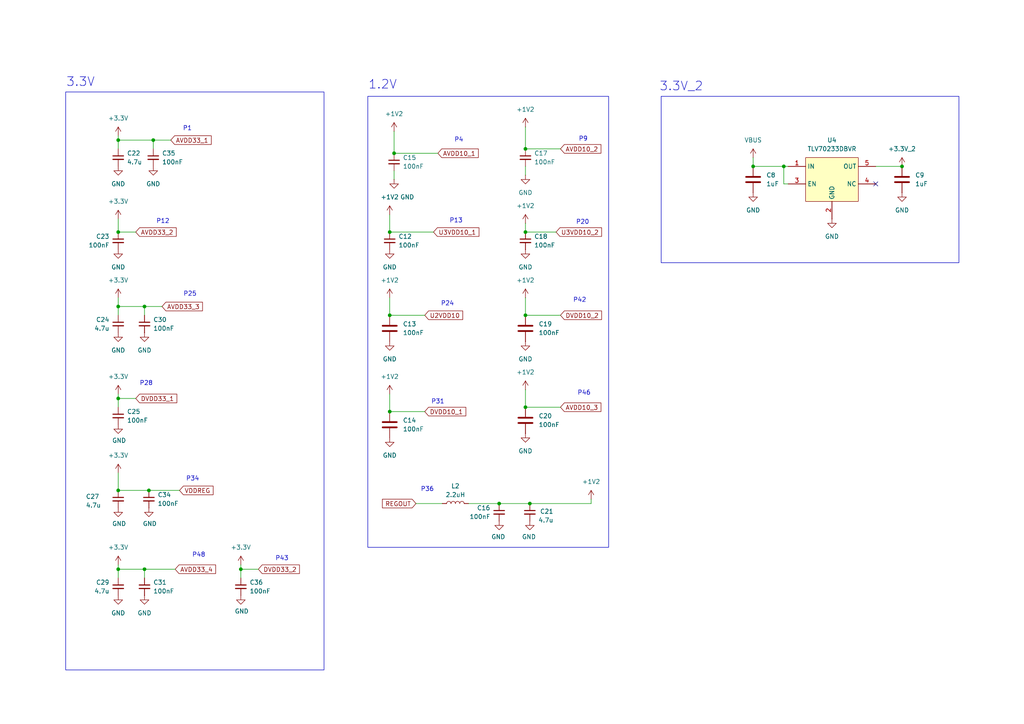
<source format=kicad_sch>
(kicad_sch (version 20250114) (generator "eeschema") (generator_version "9.0")
  (paper "A4")
  (lib_symbols
    (symbol "Device:C" (pin_numbers (hide yes)) (pin_names (offset 0.254))
      (property "Reference" "C" (at 0.635 2.54 0))
      (property "Value" "C" (at 0.635 -2.54 0))
      (symbol "C_0_1"
        (polyline (pts (xy -2.032 0.762) (xy 2.032 0.762)) (stroke (width 0.508)))
        (polyline (pts (xy -2.032 -0.762) (xy 2.032 -0.762)) (stroke (width 0.508)))
      )
      (symbol "C_1_1"
        (pin passive line (at 0 3.81 270) (length 2.794) (name "~") (number "1"))
        (pin passive line (at 0 -3.81 90) (length 2.794) (name "~") (number "2"))
      )
    )
    (symbol "Device:C_Small" (pin_numbers (hide yes)) (pin_names (offset 0.254) (hide yes))
      (property "Reference" "C" (at 0.254 1.778 0))
      (property "Value" "C_Small" (at 0.254 -2.032 0))
      (symbol "C_Small_0_1"
        (polyline (pts (xy -1.524 0.508) (xy 1.524 0.508)) (stroke (width 0.3048)))
        (polyline (pts (xy -1.524 -0.508) (xy 1.524 -0.508)) (stroke (width 0.3302)))
      )
      (symbol "C_Small_1_1"
        (pin passive line (at 0 2.54 270) (length 2.032) (name "~") (number "1"))
        (pin passive line (at 0 -2.54 90) (length 2.032) (name "~") (number "2"))
      )
    )
    (symbol "Device:L" (pin_numbers (hide yes)) (pin_names (offset 1.016) (hide yes))
      (property "Reference" "L" (at -1.27 0 90))
      (property "Value" "L" (at 1.905 0 90))
      (symbol "L_0_1"
        (arc (start 0 2.54) (mid 0.6323 1.905) (end 0 1.27))
        (arc (start 0 1.27) (mid 0.6323 0.635) (end 0 0))
        (arc (start 0 0) (mid 0.6323 -0.635) (end 0 -1.27))
        (arc (start 0 -1.27) (mid 0.6323 -1.905) (end 0 -2.54))
      )
      (symbol "L_1_1"
        (pin passive line (at 0 3.81 270) (length 1.27) (name "1") (number "1"))
        (pin passive line (at 0 -3.81 90) (length 1.27) (name "2") (number "2"))
      )
    )
    (symbol "da:TLV70233DBVR"
      (property "Reference" "U" (at 0 11.43 0))
      (property "Value" "TLV70233DBVR" (at 0 -13.97 0))
      (symbol "TLV70233DBVR_0_1"
        (rectangle (start -7.62 8.89) (end 7.62 -3.81) (fill (type background)))
        (pin power_in line (at -12.7 6.35 0) (length 5.08) (name "IN") (number "1"))
        (pin unspecified line (at -12.7 1.27 0) (length 5.08) (name "EN") (number "3"))
        (pin power_in line (at 0 -8.89 90) (length 5.08) (name "GND") (number "2"))
        (pin power_in line (at 12.7 6.35 180) (length 5.08) (name "OUT") (number "5"))
        (pin unspecified line (at 12.7 1.27 180) (length 5.08) (name "NC") (number "4"))
      )
    )
    (symbol "power:+1V2" (power) (pin_numbers (hide yes)) (pin_names (offset 0) (hide yes))
      (property "Value" "+1V2" (at 0 3.556 0))
      (symbol "+1V2_0_1"
        (polyline (pts (xy -0.762 1.27) (xy 0 2.54)))
        (polyline (pts (xy 0 2.54) (xy 0.762 1.27)))
        (polyline (pts (xy 0 0) (xy 0 2.54)))
      )
      (symbol "+1V2_1_1"
        (pin power_in line (at 0 0 90) (length 0) (name "~") (number "1"))
      )
    )
    (symbol "power:+3.3V" (power) (pin_numbers (hide yes)) (pin_names (offset 0) (hide yes))
      (property "Value" "+3.3V" (at 0 3.556 0))
      (symbol "+3.3V_0_1"
        (polyline (pts (xy -0.762 1.27) (xy 0 2.54)))
        (polyline (pts (xy 0 2.54) (xy 0.762 1.27)))
        (polyline (pts (xy 0 0) (xy 0 2.54)))
      )
      (symbol "+3.3V_1_1"
        (pin power_in line (at 0 0 90) (length 0) (name "~") (number "1"))
      )
    )
    (symbol "power:GND" (power) (pin_numbers (hide yes)) (pin_names (offset 0) (hide yes))
      (property "Value" "GND" (at 0 -3.81 0))
      (symbol "GND_0_1"
        (polyline (pts (xy 0 0) (xy 0 -1.27) (xy 1.27 -1.27) (xy 0 -2.54) (xy -1.27 -1.27) (xy 0 -1.27)))
      )
      (symbol "GND_1_1"
        (pin power_in line (at 0 0 270) (length 0) (name "~") (number "1"))
      )
    )
    (symbol "power:VBUS" (power) (pin_numbers (hide yes)) (pin_names (offset 0) (hide yes))
      (property "Value" "VBUS" (at 0 3.556 0))
      (symbol "VBUS_0_1"
        (polyline (pts (xy -0.762 1.27) (xy 0 2.54)))
        (polyline (pts (xy 0 2.54) (xy 0.762 1.27)))
        (polyline (pts (xy 0 0) (xy 0 2.54)))
      )
      (symbol "VBUS_1_1"
        (pin power_in line (at 0 0 90) (length 0) (name "~") (number "1"))
      )
    )
  )
  (rectangle (start 19.05 26.67) (end 93.98 194.31))
  (rectangle (start 106.68 27.94) (end 176.53 158.75))
  (rectangle (start 191.77 27.94) (end 278.13 76.2))
  (text "P36" (at 123.952 141.986 0) (effects (font (size 1.27 1.27))))
  (text "P9" (at 169.164 40.386 0) (effects (font (size 1.27 1.27))))
  (text "P42" (at 168.148 87.122 0) (effects (font (size 1.27 1.27))))
  (text "P20" (at 168.9881 64.505 0) (effects (font (size 1.27 1.27))))
  (text "P28" (at 42.418 111.252 0) (effects (font (size 1.27 1.27))))
  (text "P31" (at 127 116.586 0) (effects (font (size 1.27 1.27))))
  (text "3.3V" (at 23.368 23.876 0) (effects (font (size 2.54 2.54))))
  (text "P25" (at 55.118 85.344 0) (effects (font (size 1.27 1.27))))
  (text "P24" (at 129.794 88.138 0) (effects (font (size 1.27 1.27))))
  (text "P12" (at 47.244 64.262 0) (effects (font (size 1.27 1.27))))
  (text "P13" (at 132.2928 64.0804 0) (effects (font (size 1.27 1.27))))
  (text "1.2V" (at 110.998 24.638 0) (effects (font (size 2.54 2.54))))
  (text "P48" (at 57.658 161.036 0) (effects (font (size 1.27 1.27))))
  (text "P1\n" (at 54.356 37.338 0) (effects (font (size 1.27 1.27))))
  (text "3.3V_2\n" (at 197.612 25.146 0) (effects (font (size 2.54 2.54))))
  (text "P46" (at 169.418 114.046 0) (effects (font (size 1.27 1.27))))
  (text "P4" (at 133.096 40.64 0) (effects (font (size 1.27 1.27))))
  (text "P43" (at 81.788 162.052 0) (effects (font (size 1.27 1.27))))
  (text "P34" (at 55.88 138.938 0) (effects (font (size 1.27 1.27))))
  (junction (at 113.03 67.31))
  (junction (at 227.33 48.26))
  (junction (at 153.67 146.05))
  (junction (at 152.4 118.11))
  (junction (at 114.3 44.45))
  (junction (at 44.45 40.64))
  (junction (at 144.78 146.05))
  (junction (at 41.91 88.9))
  (junction (at 34.29 40.64))
  (junction (at 34.29 142.24))
  (junction (at 69.85 165.1))
  (junction (at 34.29 115.57))
  (junction (at 113.03 119.38))
  (junction (at 261.62 48.26))
  (junction (at 34.29 88.9))
  (junction (at 41.91 165.1))
  (junction (at 152.4 91.44))
  (junction (at 113.03 91.44))
  (junction (at 152.4 67.31))
  (junction (at 218.44 48.26))
  (junction (at 34.29 67.31))
  (junction (at 34.29 165.1))
  (junction (at 152.4 43.18))
  (junction (at 43.18 142.24))
  (no_connect (at 254 53.34))
  (wire (pts (xy 34.29 86.36) (xy 34.29 88.9)))
  (wire (pts (xy 120.65 146.05) (xy 128.27 146.05)))
  (wire (pts (xy 34.29 163.83) (xy 34.29 165.1)))
  (wire (pts (xy 152.4 67.31) (xy 152.4 64.77)))
  (wire (pts (xy 218.44 45.72) (xy 218.44 48.26)))
  (wire (pts (xy 34.29 165.1) (xy 41.91 165.1)))
  (wire (pts (xy 152.4 36.83) (xy 152.4 43.18)))
  (wire (pts (xy 39.37 67.31) (xy 34.29 67.31)))
  (wire (pts (xy 228.6 53.34) (xy 227.33 53.34)))
  (wire (pts (xy 144.78 146.05) (xy 153.67 146.05)))
  (wire (pts (xy 69.85 165.1) (xy 74.93 165.1)))
  (wire (pts (xy 171.45 146.05) (xy 153.67 146.05)))
  (wire (pts (xy 171.45 144.78) (xy 171.45 146.05)))
  (wire (pts (xy 34.29 39.37) (xy 34.29 40.64)))
  (wire (pts (xy 113.03 91.44) (xy 123.19 91.44)))
  (wire (pts (xy 34.29 165.1) (xy 34.29 167.64)))
  (wire (pts (xy 34.29 40.64) (xy 34.29 43.18)))
  (wire (pts (xy 114.3 44.45) (xy 114.3 38.1)))
  (wire (pts (xy 218.44 48.26) (xy 227.33 48.26)))
  (wire (pts (xy 152.4 118.11) (xy 162.56 118.11)))
  (wire (pts (xy 50.8 165.1) (xy 41.91 165.1)))
  (wire (pts (xy 69.85 165.1) (xy 69.85 167.64)))
  (wire (pts (xy 152.4 50.8) (xy 152.4 48.26)))
  (wire (pts (xy 41.91 88.9) (xy 46.99 88.9)))
  (wire (pts (xy 114.3 52.07) (xy 114.3 49.53)))
  (wire (pts (xy 41.91 165.1) (xy 41.91 167.64)))
  (wire (pts (xy 52.07 142.24) (xy 43.18 142.24)))
  (wire (pts (xy 34.29 137.16) (xy 34.29 142.24)))
  (wire (pts (xy 113.03 114.3) (xy 113.03 119.38)))
  (wire (pts (xy 227.33 53.34) (xy 227.33 48.26)))
  (wire (pts (xy 152.4 113.03) (xy 152.4 118.11)))
  (wire (pts (xy 135.89 146.05) (xy 144.78 146.05)))
  (wire (pts (xy 113.03 119.38) (xy 123.19 119.38)))
  (wire (pts (xy 34.29 40.64) (xy 44.45 40.64)))
  (wire (pts (xy 49.53 40.64) (xy 44.45 40.64)))
  (wire (pts (xy 113.03 86.36) (xy 113.03 91.44)))
  (wire (pts (xy 114.3 44.45) (xy 127 44.45)))
  (wire (pts (xy 44.45 40.64) (xy 44.45 43.18)))
  (wire (pts (xy 152.4 86.36) (xy 152.4 91.44)))
  (wire (pts (xy 152.4 91.44) (xy 162.56 91.44)))
  (wire (pts (xy 34.29 114.3) (xy 34.29 115.57)))
  (wire (pts (xy 254 48.26) (xy 261.62 48.26)))
  (wire (pts (xy 227.33 48.26) (xy 228.6 48.26)))
  (wire (pts (xy 34.29 115.57) (xy 34.29 118.11)))
  (wire (pts (xy 162.56 43.18) (xy 152.4 43.18)))
  (wire (pts (xy 34.29 63.5) (xy 34.29 67.31)))
  (wire (pts (xy 41.91 88.9) (xy 34.29 88.9)))
  (wire (pts (xy 43.18 142.24) (xy 34.29 142.24)))
  (wire (pts (xy 113.03 67.31) (xy 113.03 62.23)))
  (wire (pts (xy 113.03 67.31) (xy 125.73 67.31)))
  (wire (pts (xy 34.29 115.57) (xy 39.37 115.57)))
  (wire (pts (xy 69.85 163.83) (xy 69.85 165.1)))
  (wire (pts (xy 34.29 88.9) (xy 34.29 91.44)))
  (wire (pts (xy 152.4 67.31) (xy 161.29 67.31)))
  (wire (pts (xy 41.91 88.9) (xy 41.91 91.44)))
  (global_label "DVDD33_2" (shape input) (at 74.93 165.1 0) (property "Intersheetrefs" "${INTERSHEET_REFS}" (effects (hide yes))))
  (global_label "AVDD33_1" (shape input) (at 49.53 40.64 0) (property "Intersheetrefs" "${INTERSHEET_REFS}" (effects (hide yes))))
  (global_label "REGOUT" (shape input) (at 120.65 146.05 180) (property "Intersheetrefs" "${INTERSHEET_REFS}" (effects (hide yes))))
  (global_label "DVDD33_1" (shape input) (at 39.37 115.57 0) (property "Intersheetrefs" "${INTERSHEET_REFS}" (effects (hide yes))))
  (global_label "AVDD10_3" (shape input) (at 162.56 118.11 0) (property "Intersheetrefs" "${INTERSHEET_REFS}" (effects (hide yes))))
  (global_label "U2VDD10" (shape input) (at 123.19 91.44 0) (property "Intersheetrefs" "${INTERSHEET_REFS}" (effects (hide yes))))
  (global_label "U3VDD10_2" (shape input) (at 161.29 67.31 0) (property "Intersheetrefs" "${INTERSHEET_REFS}" (effects (hide yes))))
  (global_label "AVDD33_2" (shape input) (at 39.37 67.31 0) (property "Intersheetrefs" "${INTERSHEET_REFS}" (effects (hide yes))))
  (global_label "DVDD10_2" (shape input) (at 162.56 91.44 0) (property "Intersheetrefs" "${INTERSHEET_REFS}" (effects (hide yes))))
  (global_label "U3VDD10_1" (shape input) (at 125.73 67.31 0) (property "Intersheetrefs" "${INTERSHEET_REFS}" (effects (hide yes))))
  (global_label "VDDREG" (shape input) (at 52.07 142.24 0) (property "Intersheetrefs" "${INTERSHEET_REFS}" (effects (hide yes))))
  (global_label "AVDD10_1" (shape input) (at 127 44.45 0) (property "Intersheetrefs" "${INTERSHEET_REFS}" (effects (hide yes))))
  (global_label "AVDD33_3" (shape input) (at 46.99 88.9 0) (property "Intersheetrefs" "${INTERSHEET_REFS}" (effects (hide yes))))
  (global_label "AVDD10_2" (shape input) (at 162.56 43.18 0) (property "Intersheetrefs" "${INTERSHEET_REFS}" (effects (hide yes))))
  (global_label "AVDD33_4" (shape input) (at 50.8 165.1 0) (property "Intersheetrefs" "${INTERSHEET_REFS}" (effects (hide yes))))
  (global_label "DVDD10_1" (shape input) (at 123.19 119.38 0) (property "Intersheetrefs" "${INTERSHEET_REFS}" (effects (hide yes))))
  (symbol (lib_id "power:GND") (at 113.03 127 0) (unit 1)
    (property "Reference" "#PWR022" (effects (hide yes)))
    (property "Value" "GND" (at 113.03 132.08 0))
    (property "Description" "Power symbol creates a global label with name \"GND\" , ground" (effects (hide yes)))
  )
  (symbol (lib_id "power:+3.3V") (at 34.29 137.16 0) (unit 1)
    (property "Reference" "#PWR047" (effects (hide yes)))
    (property "Value" "+3.3V" (at 34.29 132.08 0))
    (property "Description" "Power symbol creates a global label with name \"+3.3V\"" (effects (hide yes)))
  )
  (symbol (lib_id "Device:C") (at 113.03 95.25 0) (unit 1)
    (property "Reference" "C13" (at 116.84 93.9799 0) (effects (justify left)))
    (property "Value" "100nF" (at 116.84 96.5199 0) (effects (justify left)))
    (property "Footprint" "Capacitor_SMD:C_0402_1005Metric" (effects (hide yes)))
    (property "Description" "Unpolarized capacitor" (effects (hide yes)))
  )
  (symbol (lib_id "power:+3.3V") (at 34.29 39.37 0) (unit 1)
    (property "Reference" "#PWR036" (effects (hide yes)))
    (property "Value" "+3.3V" (at 34.29 34.29 0))
    (property "Description" "Power symbol creates a global label with name \"+3.3V\"" (effects (hide yes)))
  )
  (symbol (lib_id "power:GND") (at 144.78 151.13 0) (mirror y) (unit 1)
    (property "Reference" "#PWR025" (effects (hide yes)))
    (property "Value" "GND" (at 144.526 155.702 0))
    (property "Description" "Power symbol creates a global label with name \"GND\" , ground" (effects (hide yes)))
  )
  (symbol (lib_id "power:GND") (at 152.4 50.8 0) (unit 1)
    (property "Reference" "#PWR027" (effects (hide yes)))
    (property "Value" "GND" (at 152.4 55.88 0))
    (property "Description" "Power symbol creates a global label with name \"GND\" , ground" (effects (hide yes)))
  )
  (symbol (lib_id "power:GND") (at 261.62 55.88 0) (unit 1)
    (property "Reference" "#PWR067" (effects (hide yes)))
    (property "Value" "GND" (at 261.62 60.96 0))
    (property "Description" "Power symbol creates a global label with name \"GND\" , ground" (effects (hide yes)))
  )
  (symbol (lib_id "Device:C_Small") (at 152.4 45.72 0) (unit 1)
    (property "Reference" "C17" (at 154.94 44.4562 0) (effects (justify left)))
    (property "Value" "100nF" (at 154.94 46.9962 0) (effects (justify left)))
    (property "Footprint" "Capacitor_SMD:C_0402_1005Metric" (effects (hide yes)))
    (property "Description" "Unpolarized capacitor, small symbol" (effects (hide yes)))
  )
  (symbol (lib_id "Device:C_Small") (at 69.85 170.18 0) (unit 1)
    (property "Reference" "C36" (at 72.39 168.9162 0) (effects (justify left)))
    (property "Value" "100nF" (at 72.39 171.4562 0) (effects (justify left)))
    (property "Footprint" "Capacitor_SMD:C_0402_1005Metric" (effects (hide yes)))
    (property "Description" "Unpolarized capacitor, small symbol" (effects (hide yes)))
  )
  (symbol (lib_id "Device:C_Small") (at 41.91 170.18 0) (unit 1)
    (property "Reference" "C31" (at 44.45 168.9162 0) (effects (justify left)))
    (property "Value" "100nF" (at 44.45 171.4562 0) (effects (justify left)))
    (property "Footprint" "Capacitor_SMD:C_0402_1005Metric" (effects (hide yes)))
    (property "Description" "Unpolarized capacitor, small symbol" (effects (hide yes)))
  )
  (symbol (lib_id "power:GND") (at 69.85 172.72 0) (unit 1)
    (property "Reference" "#PWR060" (effects (hide yes)))
    (property "Value" "GND" (at 70.104 177.292 0))
    (property "Description" "Power symbol creates a global label with name \"GND\" , ground" (effects (hide yes)))
  )
  (symbol (lib_id "power:GND") (at 34.29 48.26 0) (mirror y) (unit 1)
    (property "Reference" "#PWR037" (effects (hide yes)))
    (property "Value" "GND" (at 34.29 53.34 0))
    (property "Description" "Power symbol creates a global label with name \"GND\" , ground" (effects (hide yes)))
  )
  (symbol (lib_id "Device:C") (at 218.44 52.07 0) (unit 1)
    (property "Reference" "C8" (at 222.25 50.7999 0) (effects (justify left)))
    (property "Value" "1uF" (at 222.25 53.3399 0) (effects (justify left)))
    (property "Footprint" "Capacitor_SMD:C_0603_1608Metric" (effects (hide yes)))
    (property "Description" "Unpolarized capacitor" (effects (hide yes)))
  )
  (symbol (lib_id "power:GND") (at 113.03 72.39 0) (unit 1)
    (property "Reference" "#PWR018" (effects (hide yes)))
    (property "Value" "GND" (at 113.03 77.47 0))
    (property "Description" "Power symbol creates a global label with name \"GND\" , ground" (effects (hide yes)))
  )
  (symbol (lib_id "Device:C_Small") (at 34.29 45.72 0) (mirror y) (unit 1)
    (property "Reference" "C22" (at 36.83 44.4562 0) (effects (justify right)))
    (property "Value" "4.7u" (at 36.83 46.9962 0) (effects (justify right)))
    (property "Footprint" "Capacitor_SMD:C_0805_2012Metric" (effects (hide yes)))
    (property "Description" "Unpolarized capacitor, small symbol" (effects (hide yes)))
  )
  (symbol (lib_id "Device:C_Small") (at 34.29 170.18 0) (unit 1)
    (property "Reference" "C29" (at 31.75 168.9162 0) (effects (justify right)))
    (property "Value" "4.7u" (at 31.75 171.4562 0) (effects (justify right)))
    (property "Footprint" "Capacitor_SMD:C_0805_2012Metric" (effects (hide yes)))
    (property "Description" "Unpolarized capacitor, small symbol" (effects (hide yes)))
  )
  (symbol (lib_id "power:GND") (at 152.4 72.39 0) (unit 1)
    (property "Reference" "#PWR029" (effects (hide yes)))
    (property "Value" "GND" (at 152.4 77.47 0))
    (property "Description" "Power symbol creates a global label with name \"GND\" , ground" (effects (hide yes)))
  )
  (symbol (lib_id "power:GND") (at 241.3 63.5 0) (unit 1)
    (property "Reference" "#PWR066" (effects (hide yes)))
    (property "Value" "GND" (at 241.3 68.58 0))
    (property "Description" "Power symbol creates a global label with name \"GND\" , ground" (effects (hide yes)))
  )
  (symbol (lib_id "power:GND") (at 43.18 147.32 0) (unit 1)
    (property "Reference" "#PWR057" (effects (hide yes)))
    (property "Value" "GND" (at 43.434 151.892 0))
    (property "Description" "Power symbol creates a global label with name \"GND\" , ground" (effects (hide yes)))
  )
  (symbol (lib_id "power:GND") (at 34.29 147.32 0) (unit 1)
    (property "Reference" "#PWR048" (effects (hide yes)))
    (property "Value" "GND" (at 34.544 151.892 0))
    (property "Description" "Power symbol creates a global label with name \"GND\" , ground" (effects (hide yes)))
  )
  (symbol (lib_id "Device:C_Small") (at 41.91 93.98 0) (unit 1)
    (property "Reference" "C30" (at 44.45 92.7162 0) (effects (justify left)))
    (property "Value" "100nF" (at 44.45 95.2562 0) (effects (justify left)))
    (property "Footprint" "Capacitor_SMD:C_0402_1005Metric" (effects (hide yes)))
    (property "Description" "Unpolarized capacitor, small symbol" (effects (hide yes)))
  )
  (symbol (lib_id "power:GND") (at 34.29 172.72 0) (unit 1)
    (property "Reference" "#PWR050" (effects (hide yes)))
    (property "Value" "GND" (at 34.29 177.8 0))
    (property "Description" "Power symbol creates a global label with name \"GND\" , ground" (effects (hide yes)))
  )
  (symbol (lib_id "Device:C_Small") (at 152.4 69.85 0) (unit 1)
    (property "Reference" "C18" (at 154.94 68.5862 0) (effects (justify left)))
    (property "Value" "100nF" (at 154.94 71.1262 0) (effects (justify left)))
    (property "Footprint" "Capacitor_SMD:C_0402_1005Metric" (effects (hide yes)))
    (property "Description" "Unpolarized capacitor, small symbol" (effects (hide yes)))
  )
  (symbol (lib_id "power:GND") (at 152.4 99.06 0) (unit 1)
    (property "Reference" "#PWR031" (effects (hide yes)))
    (property "Value" "GND" (at 152.4 104.14 0))
    (property "Description" "Power symbol creates a global label with name \"GND\" , ground" (effects (hide yes)))
  )
  (symbol (lib_id "da:TLV70233DBVR") (at 241.3 54.61 0) (unit 1)
    (property "Reference" "U4" (at 241.3 40.64 0))
    (property "Value" "TLV70233DBVR" (at 241.3 43.18 0))
    (property "Footprint" "easyeda2kicad:SOT-23-5_L3.0-W1.7-P0.95-LS2.8-BR" (effects (hide yes)))
    (property "Datasheet" "https://lcsc.com/product-detail/Low-Dropout-Regulators-LDO_TI_TLV70233DBVR_TLV70233DBVR_C26833.html" (effects (hide yes)))
    (property "LCSC Part" "C26833" (effects (hide yes)))
  )
  (symbol (lib_id "power:GND") (at 153.67 151.13 0) (mirror y) (unit 1)
    (property "Reference" "#PWR034" (effects (hide yes)))
    (property "Value" "GND" (at 153.416 155.702 0))
    (property "Description" "Power symbol creates a global label with name \"GND\" , ground" (effects (hide yes)))
  )
  (symbol (lib_id "power:+3.3V") (at 34.29 63.5 0) (unit 1)
    (property "Reference" "#PWR038" (effects (hide yes)))
    (property "Value" "+3.3V" (at 34.29 58.42 0))
    (property "Description" "Power symbol creates a global label with name \"+3.3V\"" (effects (hide yes)))
  )
  (symbol (lib_id "power:GND") (at 152.4 125.73 0) (unit 1)
    (property "Reference" "#PWR033" (effects (hide yes)))
    (property "Value" "GND" (at 152.4 130.81 0))
    (property "Description" "Power symbol creates a global label with name \"GND\" , ground" (effects (hide yes)))
  )
  (symbol (lib_id "power:GND") (at 34.29 96.52 0) (unit 1)
    (property "Reference" "#PWR041" (effects (hide yes)))
    (property "Value" "GND" (at 34.29 101.6 0))
    (property "Description" "Power symbol creates a global label with name \"GND\" , ground" (effects (hide yes)))
  )
  (symbol (lib_id "power:+3.3V") (at 69.85 163.83 0) (unit 1)
    (property "Reference" "#PWR059" (effects (hide yes)))
    (property "Value" "+3.3V" (at 69.85 158.75 0))
    (property "Description" "Power symbol creates a global label with name \"+3.3V\"" (effects (hide yes)))
  )
  (symbol (lib_id "Device:C_Small") (at 113.03 69.85 0) (unit 1)
    (property "Reference" "C12" (at 115.57 68.5862 0) (effects (justify left)))
    (property "Value" "100nF" (at 115.57 71.1262 0) (effects (justify left)))
    (property "Footprint" "Capacitor_SMD:C_0402_1005Metric" (effects (hide yes)))
    (property "Description" "Unpolarized capacitor, small symbol" (effects (hide yes)))
  )
  (symbol (lib_id "Device:C_Small") (at 34.29 144.78 0) (unit 1)
    (property "Reference" "C27" (at 24.892 144.018 0) (effects (justify left)))
    (property "Value" "4.7u" (at 24.892 146.558 0) (effects (justify left)))
    (property "Footprint" "Capacitor_SMD:C_0805_2012Metric" (effects (hide yes)))
    (property "Description" "Unpolarized capacitor, small symbol" (effects (hide yes)))
  )
  (symbol (lib_id "power:GND") (at 41.91 172.72 0) (unit 1)
    (property "Reference" "#PWR056" (effects (hide yes)))
    (property "Value" "GND" (at 41.91 177.8 0))
    (property "Description" "Power symbol creates a global label with name \"GND\" , ground" (effects (hide yes)))
  )
  (symbol (lib_id "Device:C_Small") (at 144.78 148.59 0) (mirror y) (unit 1)
    (property "Reference" "C16" (at 142.24 147.3262 0) (effects (justify left)))
    (property "Value" "100nF" (at 142.24 149.8662 0) (effects (justify left)))
    (property "Footprint" "Capacitor_SMD:C_0402_1005Metric" (effects (hide yes)))
    (property "Description" "Unpolarized capacitor, small symbol" (effects (hide yes)))
  )
  (symbol (lib_id "Device:C") (at 113.03 123.19 0) (unit 1)
    (property "Reference" "C14" (at 116.84 121.9199 0) (effects (justify left)))
    (property "Value" "100nF" (at 116.84 124.4599 0) (effects (justify left)))
    (property "Footprint" "Capacitor_SMD:C_0402_1005Metric" (effects (hide yes)))
    (property "Description" "Unpolarized capacitor" (effects (hide yes)))
  )
  (symbol (lib_id "Device:C_Small") (at 43.18 144.78 0) (unit 1)
    (property "Reference" "C34" (at 45.72 143.5162 0) (effects (justify left)))
    (property "Value" "100nF" (at 45.72 146.0562 0) (effects (justify left)))
    (property "Footprint" "Capacitor_SMD:C_0402_1005Metric" (effects (hide yes)))
    (property "Description" "Unpolarized capacitor, small symbol" (effects (hide yes)))
  )
  (symbol (lib_id "power:+1V2") (at 152.4 36.83 0) (unit 1)
    (property "Reference" "#PWR026" (effects (hide yes)))
    (property "Value" "+1V2" (at 152.4 31.75 0))
    (property "Description" "Power symbol creates a global label with name \"+1V2\"" (effects (hide yes)))
  )
  (symbol (lib_id "power:GND") (at 34.29 123.19 0) (unit 1)
    (property "Reference" "#PWR046" (effects (hide yes)))
    (property "Value" "GND" (at 34.544 127.762 0))
    (property "Description" "Power symbol creates a global label with name \"GND\" , ground" (effects (hide yes)))
  )
  (symbol (lib_id "Device:C_Small") (at 44.45 45.72 0) (unit 1)
    (property "Reference" "C35" (at 46.99 44.4562 0) (effects (justify left)))
    (property "Value" "100nF" (at 46.99 46.9962 0) (effects (justify left)))
    (property "Footprint" "Capacitor_SMD:C_0402_1005Metric" (effects (hide yes)))
    (property "Description" "Unpolarized capacitor, small symbol" (effects (hide yes)))
  )
  (symbol (lib_id "Device:C_Small") (at 34.29 93.98 0) (unit 1)
    (property "Reference" "C24" (at 31.75 92.7162 0) (effects (justify right)))
    (property "Value" "4.7u" (at 31.75 95.2562 0) (effects (justify right)))
    (property "Footprint" "Capacitor_SMD:C_0805_2012Metric" (effects (hide yes)))
    (property "Description" "Unpolarized capacitor, small symbol" (effects (hide yes)))
  )
  (symbol (lib_id "Device:C_Small") (at 153.67 148.59 0) (mirror y) (unit 1)
    (property "Reference" "C21" (at 160.528 148.336 0) (effects (justify left)))
    (property "Value" "4.7u" (at 160.528 150.876 0) (effects (justify left)))
    (property "Footprint" "Capacitor_SMD:C_0805_2012Metric" (effects (hide yes)))
    (property "Description" "Unpolarized capacitor, small symbol" (effects (hide yes)))
  )
  (symbol (lib_id "power:+1V2") (at 152.4 113.03 0) (unit 1)
    (property "Reference" "#PWR032" (effects (hide yes)))
    (property "Value" "+1V2" (at 152.4 107.95 0))
    (property "Description" "Power symbol creates a global label with name \"+1V2\"" (effects (hide yes)))
  )
  (symbol (lib_id "power:+1V2") (at 152.4 86.36 0) (unit 1)
    (property "Reference" "#PWR030" (effects (hide yes)))
    (property "Value" "+1V2" (at 152.4 81.28 0))
    (property "Description" "Power symbol creates a global label with name \"+1V2\"" (effects (hide yes)))
  )
  (symbol (lib_id "power:+1V2") (at 171.45 144.78 0) (unit 1)
    (property "Reference" "#PWR035" (effects (hide yes)))
    (property "Value" "+1V2" (at 171.45 139.7 0))
    (property "Description" "Power symbol creates a global label with name \"+1V2\"" (effects (hide yes)))
  )
  (symbol (lib_id "Device:C_Small") (at 34.29 69.85 0) (mirror y) (unit 1)
    (property "Reference" "C23" (at 31.75 68.5862 0) (effects (justify left)))
    (property "Value" "100nF" (at 31.75 71.1262 0) (effects (justify left)))
    (property "Footprint" "Capacitor_SMD:C_0402_1005Metric" (effects (hide yes)))
    (property "Description" "Unpolarized capacitor, small symbol" (effects (hide yes)))
  )
  (symbol (lib_id "power:GND") (at 218.44 55.88 0) (unit 1)
    (property "Reference" "#PWR065" (effects (hide yes)))
    (property "Value" "GND" (at 218.44 60.96 0))
    (property "Description" "Power symbol creates a global label with name \"GND\" , ground" (effects (hide yes)))
  )
  (symbol (lib_id "power:GND") (at 114.3 52.07 0) (unit 1)
    (property "Reference" "#PWR024" (effects (hide yes)))
    (property "Value" "GND" (at 118.11 57.15 0))
    (property "Description" "Power symbol creates a global label with name \"GND\" , ground" (effects (hide yes)))
  )
  (symbol (lib_id "power:+1V2") (at 114.3 38.1 0) (unit 1)
    (property "Reference" "#PWR023" (effects (hide yes)))
    (property "Value" "+1V2" (at 114.3 33.02 0))
    (property "Description" "Power symbol creates a global label with name \"+1V2\"" (effects (hide yes)))
  )
  (symbol (lib_id "Device:C_Small") (at 34.29 120.65 0) (unit 1)
    (property "Reference" "C25" (at 36.83 119.3862 0) (effects (justify left)))
    (property "Value" "100nF" (at 36.83 121.9262 0) (effects (justify left)))
    (property "Footprint" "Capacitor_SMD:C_0402_1005Metric" (effects (hide yes)))
    (property "Description" "Unpolarized capacitor, small symbol" (effects (hide yes)))
  )
  (symbol (lib_id "power:+1V2") (at 113.03 114.3 0) (unit 1)
    (property "Reference" "#PWR021" (effects (hide yes)))
    (property "Value" "+1V2" (at 113.03 109.22 0))
    (property "Description" "Power symbol creates a global label with name \"+1V2\"" (effects (hide yes)))
  )
  (symbol (lib_id "power:+3.3V") (at 261.62 48.26 0) (unit 1)
    (property "Reference" "#PWR063" (effects (hide yes)))
    (property "Value" "+3.3V_2" (at 261.62 43.18 0))
    (property "Description" "Power symbol creates a global label with name \"+3.3V\"" (effects (hide yes)))
  )
  (symbol (lib_id "power:+3.3V") (at 34.29 163.83 0) (unit 1)
    (property "Reference" "#PWR049" (effects (hide yes)))
    (property "Value" "+3.3V" (at 34.29 158.75 0))
    (property "Description" "Power symbol creates a global label with name \"+3.3V\"" (effects (hide yes)))
  )
  (symbol (lib_id "power:+3.3V") (at 34.29 114.3 0) (unit 1)
    (property "Reference" "#PWR042" (effects (hide yes)))
    (property "Value" "+3.3V" (at 34.29 109.22 0))
    (property "Description" "Power symbol creates a global label with name \"+3.3V\"" (effects (hide yes)))
  )
  (symbol (lib_id "power:+3.3V") (at 34.29 86.36 0) (unit 1)
    (property "Reference" "#PWR040" (effects (hide yes)))
    (property "Value" "+3.3V" (at 34.29 81.28 0))
    (property "Description" "Power symbol creates a global label with name \"+3.3V\"" (effects (hide yes)))
  )
  (symbol (lib_id "Device:C") (at 152.4 95.25 0) (unit 1)
    (property "Reference" "C19" (at 156.21 93.9799 0) (effects (justify left)))
    (property "Value" "100nF" (at 156.21 96.5199 0) (effects (justify left)))
    (property "Footprint" "Capacitor_SMD:C_0402_1005Metric" (effects (hide yes)))
    (property "Description" "Unpolarized capacitor" (effects (hide yes)))
  )
  (symbol (lib_id "power:+1V2") (at 113.03 62.23 0) (unit 1)
    (property "Reference" "#PWR017" (effects (hide yes)))
    (property "Value" "+1V2" (at 113.03 57.15 0))
    (property "Description" "Power symbol creates a global label with name \"+1V2\"" (effects (hide yes)))
  )
  (symbol (lib_id "power:GND") (at 41.91 96.52 0) (unit 1)
    (property "Reference" "#PWR051" (effects (hide yes)))
    (property "Value" "GND" (at 41.91 101.6 0))
    (property "Description" "Power symbol creates a global label with name \"GND\" , ground" (effects (hide yes)))
  )
  (symbol (lib_id "power:VBUS") (at 218.44 45.72 0) (unit 1)
    (property "Reference" "#PWR064" (effects (hide yes)))
    (property "Value" "VBUS" (at 218.44 40.64 0))
    (property "Description" "Power symbol creates a global label with name \"VBUS\"" (effects (hide yes)))
  )
  (symbol (lib_id "power:GND") (at 113.03 99.06 0) (unit 1)
    (property "Reference" "#PWR020" (effects (hide yes)))
    (property "Value" "GND" (at 113.03 104.14 0))
    (property "Description" "Power symbol creates a global label with name \"GND\" , ground" (effects (hide yes)))
  )
  (symbol (lib_id "Device:C") (at 152.4 121.92 0) (unit 1)
    (property "Reference" "C20" (at 156.21 120.6499 0) (effects (justify left)))
    (property "Value" "100nF" (at 156.21 123.1899 0) (effects (justify left)))
    (property "Footprint" "Capacitor_SMD:C_0402_1005Metric" (effects (hide yes)))
    (property "Description" "Unpolarized capacitor" (effects (hide yes)))
  )
  (symbol (lib_id "power:+1V2") (at 113.03 86.36 0) (unit 1)
    (property "Reference" "#PWR019" (effects (hide yes)))
    (property "Value" "+1V2" (at 113.03 81.28 0))
    (property "Description" "Power symbol creates a global label with name \"+1V2\"" (effects (hide yes)))
  )
  (symbol (lib_id "power:GND") (at 34.29 72.39 0) (mirror y) (unit 1)
    (property "Reference" "#PWR039" (effects (hide yes)))
    (property "Value" "GND" (at 34.29 77.47 0))
    (property "Description" "Power symbol creates a global label with name \"GND\" , ground" (effects (hide yes)))
  )
  (symbol (lib_id "Device:L") (at 132.08 146.05 90) (unit 1)
    (property "Reference" "L2" (at 132.08 140.97 90))
    (property "Value" "2.2uH" (at 132.08 143.51 90))
    (property "Footprint" "Inductor_SMD:L_Cenker_CKCS5040" (effects (hide yes)))
    (property "Description" "Inductor" (effects (hide yes)))
  )
  (symbol (lib_id "Device:C_Small") (at 114.3 46.99 0) (unit 1)
    (property "Reference" "C15" (at 116.84 45.7262 0) (effects (justify left)))
    (property "Value" "100nF" (at 116.84 48.2662 0) (effects (justify left)))
    (property "Footprint" "Capacitor_SMD:C_0402_1005Metric" (effects (hide yes)))
    (property "Description" "Unpolarized capacitor, small symbol" (effects (hide yes)))
  )
  (symbol (lib_id "power:GND") (at 44.45 48.26 0) (unit 1)
    (property "Reference" "#PWR058" (effects (hide yes)))
    (property "Value" "GND" (at 44.45 53.34 0))
    (property "Description" "Power symbol creates a global label with name \"GND\" , ground" (effects (hide yes)))
  )
  (symbol (lib_id "power:+1V2") (at 152.4 64.77 0) (unit 1)
    (property "Reference" "#PWR028" (effects (hide yes)))
    (property "Value" "+1V2" (at 152.4 59.69 0))
    (property "Description" "Power symbol creates a global label with name \"+1V2\"" (effects (hide yes)))
  )
  (symbol (lib_id "Device:C") (at 261.62 52.07 0) (unit 1)
    (property "Reference" "C9" (at 265.43 50.7999 0) (effects (justify left)))
    (property "Value" "1uF" (at 265.43 53.3399 0) (effects (justify left)))
    (property "Footprint" "Capacitor_SMD:C_0603_1608Metric" (effects (hide yes)))
    (property "Description" "Unpolarized capacitor" (effects (hide yes)))
  )
)
</source>
